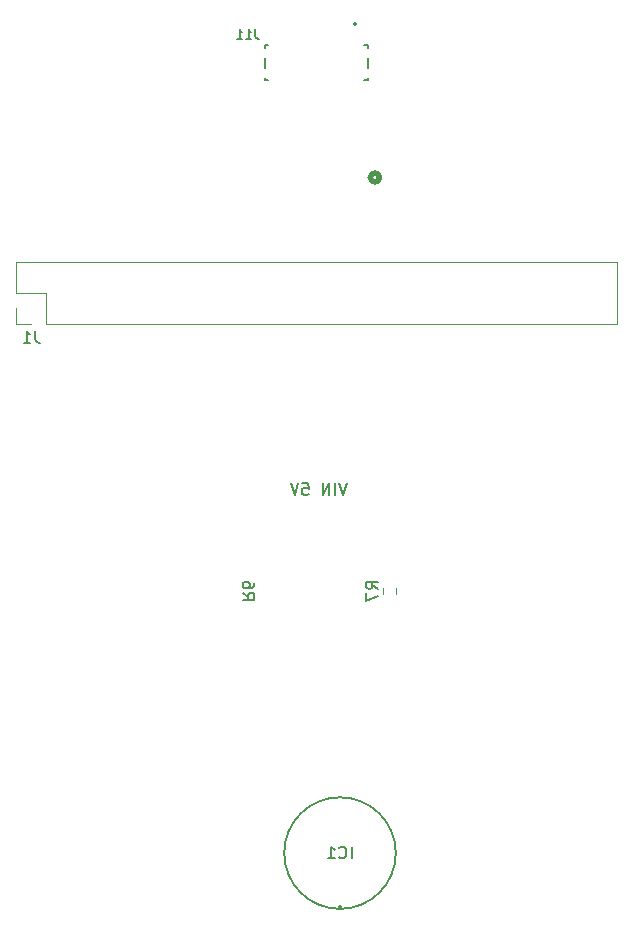
<source format=gbo>
%TF.GenerationSoftware,KiCad,Pcbnew,9.0.7*%
%TF.CreationDate,2026-01-09T12:44:47-06:00*%
%TF.ProjectId,dreamV1_0,64726561-6d56-4315-9f30-2e6b69636164,1*%
%TF.SameCoordinates,Original*%
%TF.FileFunction,Legend,Bot*%
%TF.FilePolarity,Positive*%
%FSLAX46Y46*%
G04 Gerber Fmt 4.6, Leading zero omitted, Abs format (unit mm)*
G04 Created by KiCad (PCBNEW 9.0.7) date 2026-01-09 12:44:47*
%MOMM*%
%LPD*%
G01*
G04 APERTURE LIST*
%ADD10C,0.150000*%
%ADD11C,0.508000*%
%ADD12C,0.120000*%
%ADD13C,0.152400*%
%ADD14C,0.127000*%
%ADD15C,0.200000*%
G04 APERTURE END LIST*
D10*
X92380951Y-91869819D02*
X92047618Y-92869819D01*
X92047618Y-92869819D02*
X91714285Y-91869819D01*
X91380951Y-92869819D02*
X91380951Y-91869819D01*
X90904761Y-92869819D02*
X90904761Y-91869819D01*
X90904761Y-91869819D02*
X90333333Y-92869819D01*
X90333333Y-92869819D02*
X90333333Y-91869819D01*
X88619047Y-91869819D02*
X89095237Y-91869819D01*
X89095237Y-91869819D02*
X89142856Y-92346009D01*
X89142856Y-92346009D02*
X89095237Y-92298390D01*
X89095237Y-92298390D02*
X88999999Y-92250771D01*
X88999999Y-92250771D02*
X88761904Y-92250771D01*
X88761904Y-92250771D02*
X88666666Y-92298390D01*
X88666666Y-92298390D02*
X88619047Y-92346009D01*
X88619047Y-92346009D02*
X88571428Y-92441247D01*
X88571428Y-92441247D02*
X88571428Y-92679342D01*
X88571428Y-92679342D02*
X88619047Y-92774580D01*
X88619047Y-92774580D02*
X88666666Y-92822200D01*
X88666666Y-92822200D02*
X88761904Y-92869819D01*
X88761904Y-92869819D02*
X88999999Y-92869819D01*
X88999999Y-92869819D02*
X89095237Y-92822200D01*
X89095237Y-92822200D02*
X89142856Y-92774580D01*
X88285713Y-91869819D02*
X87952380Y-92869819D01*
X87952380Y-92869819D02*
X87619047Y-91869819D01*
X66013333Y-78994819D02*
X66013333Y-79709104D01*
X66013333Y-79709104D02*
X66060952Y-79851961D01*
X66060952Y-79851961D02*
X66156190Y-79947200D01*
X66156190Y-79947200D02*
X66299047Y-79994819D01*
X66299047Y-79994819D02*
X66394285Y-79994819D01*
X65013333Y-79994819D02*
X65584761Y-79994819D01*
X65299047Y-79994819D02*
X65299047Y-78994819D01*
X65299047Y-78994819D02*
X65394285Y-79137676D01*
X65394285Y-79137676D02*
X65489523Y-79232914D01*
X65489523Y-79232914D02*
X65584761Y-79280533D01*
X95024819Y-100833333D02*
X94548628Y-100500000D01*
X95024819Y-100261905D02*
X94024819Y-100261905D01*
X94024819Y-100261905D02*
X94024819Y-100642857D01*
X94024819Y-100642857D02*
X94072438Y-100738095D01*
X94072438Y-100738095D02*
X94120057Y-100785714D01*
X94120057Y-100785714D02*
X94215295Y-100833333D01*
X94215295Y-100833333D02*
X94358152Y-100833333D01*
X94358152Y-100833333D02*
X94453390Y-100785714D01*
X94453390Y-100785714D02*
X94501009Y-100738095D01*
X94501009Y-100738095D02*
X94548628Y-100642857D01*
X94548628Y-100642857D02*
X94548628Y-100261905D01*
X94024819Y-101166667D02*
X94024819Y-101833333D01*
X94024819Y-101833333D02*
X95024819Y-101404762D01*
X92776189Y-123654819D02*
X92776189Y-122654819D01*
X91728571Y-123559580D02*
X91776190Y-123607200D01*
X91776190Y-123607200D02*
X91919047Y-123654819D01*
X91919047Y-123654819D02*
X92014285Y-123654819D01*
X92014285Y-123654819D02*
X92157142Y-123607200D01*
X92157142Y-123607200D02*
X92252380Y-123511961D01*
X92252380Y-123511961D02*
X92299999Y-123416723D01*
X92299999Y-123416723D02*
X92347618Y-123226247D01*
X92347618Y-123226247D02*
X92347618Y-123083390D01*
X92347618Y-123083390D02*
X92299999Y-122892914D01*
X92299999Y-122892914D02*
X92252380Y-122797676D01*
X92252380Y-122797676D02*
X92157142Y-122702438D01*
X92157142Y-122702438D02*
X92014285Y-122654819D01*
X92014285Y-122654819D02*
X91919047Y-122654819D01*
X91919047Y-122654819D02*
X91776190Y-122702438D01*
X91776190Y-122702438D02*
X91728571Y-122750057D01*
X90776190Y-123654819D02*
X91347618Y-123654819D01*
X91061904Y-123654819D02*
X91061904Y-122654819D01*
X91061904Y-122654819D02*
X91157142Y-122797676D01*
X91157142Y-122797676D02*
X91252380Y-122892914D01*
X91252380Y-122892914D02*
X91347618Y-122940533D01*
X83545180Y-101166666D02*
X84021371Y-101499999D01*
X83545180Y-101738094D02*
X84545180Y-101738094D01*
X84545180Y-101738094D02*
X84545180Y-101357142D01*
X84545180Y-101357142D02*
X84497561Y-101261904D01*
X84497561Y-101261904D02*
X84449942Y-101214285D01*
X84449942Y-101214285D02*
X84354704Y-101166666D01*
X84354704Y-101166666D02*
X84211847Y-101166666D01*
X84211847Y-101166666D02*
X84116609Y-101214285D01*
X84116609Y-101214285D02*
X84068990Y-101261904D01*
X84068990Y-101261904D02*
X84021371Y-101357142D01*
X84021371Y-101357142D02*
X84021371Y-101738094D01*
X84545180Y-100309523D02*
X84545180Y-100499999D01*
X84545180Y-100499999D02*
X84497561Y-100595237D01*
X84497561Y-100595237D02*
X84449942Y-100642856D01*
X84449942Y-100642856D02*
X84307085Y-100738094D01*
X84307085Y-100738094D02*
X84116609Y-100785713D01*
X84116609Y-100785713D02*
X83735657Y-100785713D01*
X83735657Y-100785713D02*
X83640419Y-100738094D01*
X83640419Y-100738094D02*
X83592800Y-100690475D01*
X83592800Y-100690475D02*
X83545180Y-100595237D01*
X83545180Y-100595237D02*
X83545180Y-100404761D01*
X83545180Y-100404761D02*
X83592800Y-100309523D01*
X83592800Y-100309523D02*
X83640419Y-100261904D01*
X83640419Y-100261904D02*
X83735657Y-100214285D01*
X83735657Y-100214285D02*
X83973752Y-100214285D01*
X83973752Y-100214285D02*
X84068990Y-100261904D01*
X84068990Y-100261904D02*
X84116609Y-100309523D01*
X84116609Y-100309523D02*
X84164228Y-100404761D01*
X84164228Y-100404761D02*
X84164228Y-100595237D01*
X84164228Y-100595237D02*
X84116609Y-100690475D01*
X84116609Y-100690475D02*
X84068990Y-100738094D01*
X84068990Y-100738094D02*
X83973752Y-100785713D01*
X84627619Y-53462295D02*
X84627619Y-54033723D01*
X84627619Y-54033723D02*
X84665714Y-54148009D01*
X84665714Y-54148009D02*
X84741905Y-54224200D01*
X84741905Y-54224200D02*
X84856190Y-54262295D01*
X84856190Y-54262295D02*
X84932381Y-54262295D01*
X83827619Y-54262295D02*
X84284762Y-54262295D01*
X84056190Y-54262295D02*
X84056190Y-53462295D01*
X84056190Y-53462295D02*
X84132381Y-53576580D01*
X84132381Y-53576580D02*
X84208571Y-53652771D01*
X84208571Y-53652771D02*
X84284762Y-53690866D01*
X83065714Y-54262295D02*
X83522857Y-54262295D01*
X83294285Y-54262295D02*
X83294285Y-53462295D01*
X83294285Y-53462295D02*
X83370476Y-53576580D01*
X83370476Y-53576580D02*
X83446666Y-53652771D01*
X83446666Y-53652771D02*
X83522857Y-53690866D01*
D11*
%TO.C,J7*%
X95143500Y-66000000D02*
G75*
G02*
X94381500Y-66000000I-381000J0D01*
G01*
X94381500Y-66000000D02*
G75*
G02*
X95143500Y-66000000I381000J0D01*
G01*
D12*
%TO.C,J1*%
X64350000Y-73170000D02*
X64350000Y-75770000D01*
X64350000Y-73170000D02*
X115270000Y-73170000D01*
X64350000Y-75770000D02*
X66950000Y-75770000D01*
X64350000Y-77040000D02*
X64350000Y-78370000D01*
X64350000Y-78370000D02*
X65680000Y-78370000D01*
X66950000Y-75770000D02*
X66950000Y-78370000D01*
X66950000Y-78370000D02*
X115270000Y-78370000D01*
X115270000Y-73170000D02*
X115270000Y-78370000D01*
%TO.C,R7*%
X95477500Y-100762742D02*
X95477500Y-101237258D01*
X96522500Y-100762742D02*
X96522500Y-101237258D01*
D13*
%TO.C,IC1*%
X96524400Y-123200000D02*
G75*
G02*
X87075600Y-123200000I-4724400J0D01*
G01*
X87075600Y-123200000D02*
G75*
G02*
X96524400Y-123200000I4724400J0D01*
G01*
X91927000Y-127797400D02*
G75*
G02*
X91673000Y-127797400I-127000J0D01*
G01*
X91673000Y-127797400D02*
G75*
G02*
X91927000Y-127797400I127000J0D01*
G01*
D14*
%TO.C,J11*%
X85410000Y-54820000D02*
X85690000Y-54820000D01*
X85410000Y-55050000D02*
X85410000Y-54820000D01*
X85410000Y-56710000D02*
X85410000Y-55890000D01*
X85410000Y-57550000D02*
X85410000Y-57780000D01*
X85410000Y-57780000D02*
X85690000Y-57780000D01*
X93870000Y-54820000D02*
X94150000Y-54820000D01*
X94150000Y-54820000D02*
X94150000Y-55050000D01*
X94150000Y-55890000D02*
X94150000Y-56710000D01*
X94150000Y-57550000D02*
X94150000Y-57780000D01*
X94150000Y-57780000D02*
X93870000Y-57780000D01*
D15*
X93180000Y-53000000D02*
G75*
G02*
X92980000Y-53000000I-100000J0D01*
G01*
X92980000Y-53000000D02*
G75*
G02*
X93180000Y-53000000I100000J0D01*
G01*
%TD*%
M02*

</source>
